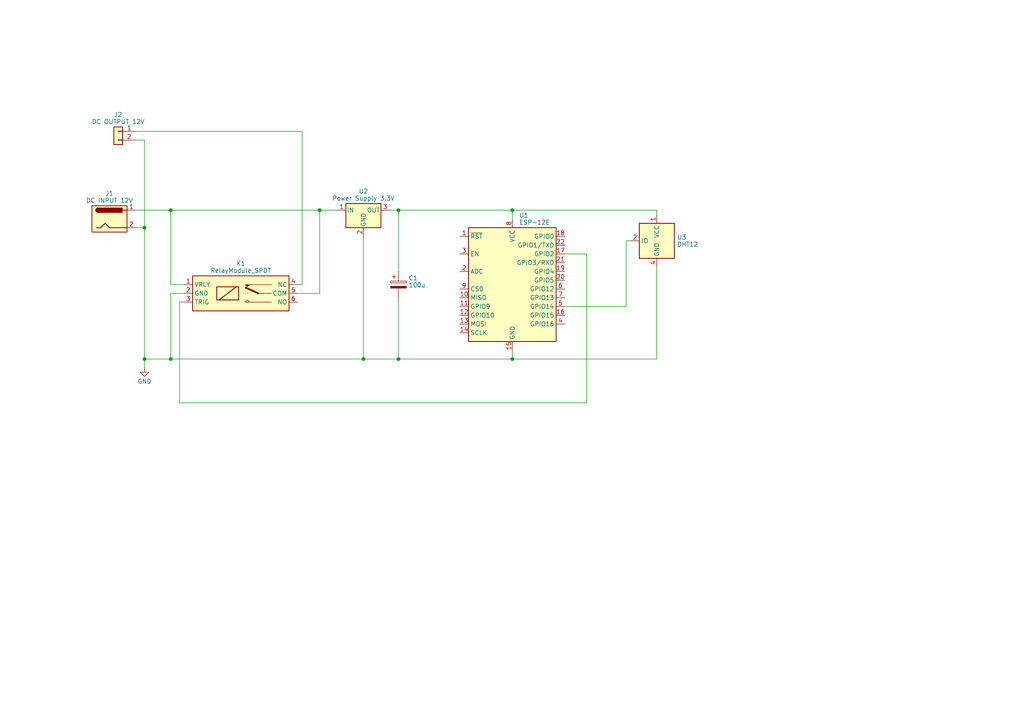
<source format=kicad_sch>
(kicad_sch (version 20230121) (generator eeschema)
  (paper "A4")
  (title_block (title "Router Watchdog with ESP8266 ") (date "2023-08-22") (rev "v1") (company "UniCod"))
  (lib_symbols
    (symbol "Connector:Barrel_Jack" (pin_names (offset 1.016))
      (property "Reference" "J" (at 0 5.334 0))
      (property "Value" "Barrel_Jack" (at 0 -5.08 0))
      (symbol "Barrel_Jack_0_1"
        (rectangle (start -5.08 3.81) (end 5.08 -3.81) (stroke (width 0.254)) (fill (type background)))
        (arc (start -3.302 3.175) (mid -3.9343 2.54) (end -3.302 1.905) (stroke (width 0.254)))
        (arc (start -3.302 3.175) (mid -3.9343 2.54) (end -3.302 1.905) (stroke (width 0.254)) (fill (type outline)))
        (polyline (pts (xy 5.08 2.54) (xy 3.81 2.54)) (stroke (width 0.254)))
        (polyline (pts (xy -3.81 -2.54) (xy -2.54 -2.54) (xy -1.27 -1.27) (xy 0 -2.54) (xy 2.54 -2.54) (xy 5.08 -2.54)) (stroke (width 0.254)))
        (rectangle (start 3.683 3.175) (end -3.302 1.905) (stroke (width 0.254)) (fill (type outline)))
      )
      (symbol "Barrel_Jack_1_1"
        (pin passive line (at 7.62 2.54 180) (length 2.54) (name "~") (number "1"))
        (pin passive line (at 7.62 -2.54 180) (length 2.54) (name "~") (number "2"))
      )
    )
    (symbol "Connector_Generic:Conn_01x02" (pin_names (offset 1.016) hide)
      (property "Reference" "J" (at 0 2.54 0))
      (property "Value" "Conn_01x02" (at 0 -5.08 0))
      (symbol "Conn_01x02_1_1"
        (rectangle (start -1.27 -2.413) (end 0 -2.667) (stroke (width 0.1524)))
        (rectangle (start -1.27 0.127) (end 0 -0.127) (stroke (width 0.1524)))
        (rectangle (start -1.27 1.27) (end 1.27 -3.81) (stroke (width 0.254)) (fill (type background)))
        (pin passive line (at -5.08 0 0) (length 3.81) (name "Pin_1") (number "1"))
        (pin passive line (at -5.08 -2.54 0) (length 3.81) (name "Pin_2") (number "2"))
      )
    )
    (symbol "Device:C_Polarized" (pin_numbers hide) (pin_names (offset 0.254))
      (property "Reference" "C" (at 0.635 2.54 0))
      (property "Value" "C_Polarized" (at 0.635 -2.54 0))
      (symbol "C_Polarized_0_1"
        (rectangle (start -2.286 0.508) (end 2.286 1.016))
        (polyline (pts (xy -1.778 2.286) (xy -0.762 2.286)))
        (polyline (pts (xy -1.27 2.794) (xy -1.27 1.778)))
        (rectangle (start 2.286 -0.508) (end -2.286 -1.016) (fill (type outline)))
      )
      (symbol "C_Polarized_1_1"
        (pin passive line (at 0 3.81 270) (length 2.794) (name "~") (number "1"))
        (pin passive line (at 0 -3.81 90) (length 2.794) (name "~") (number "2"))
      )
    )
    (symbol "RF_Module:ESP-12E"
      (property "Reference" "U" (at -12.7 19.05 0))
      (property "Value" "ESP-12E" (at 12.7 19.05 0))
      (symbol "ESP-12E_0_1"
        (rectangle (start -12.7 17.78) (end 12.7 -15.24) (stroke (width 0.254)) (fill (type background)))
      )
      (symbol "ESP-12E_1_1"
        (pin input line (at -15.24 15.24 0) (length 2.54) (name "~{RST}") (number "1"))
        (pin bidirectional line (at -15.24 -2.54 0) (length 2.54) (name "MISO") (number "10"))
        (pin bidirectional line (at -15.24 -5.08 0) (length 2.54) (name "GPIO9") (number "11"))
        (pin bidirectional line (at -15.24 -7.62 0) (length 2.54) (name "GPIO10") (number "12"))
        (pin bidirectional line (at -15.24 -10.16 0) (length 2.54) (name "MOSI") (number "13"))
        (pin bidirectional line (at -15.24 -12.7 0) (length 2.54) (name "SCLK") (number "14"))
        (pin power_in line (at 0 -17.78 90) (length 2.54) (name "GND") (number "15"))
        (pin bidirectional line (at 15.24 -7.62 180) (length 2.54) (name "GPIO15") (number "16"))
        (pin bidirectional line (at 15.24 10.16 180) (length 2.54) (name "GPIO2") (number "17"))
        (pin bidirectional line (at 15.24 15.24 180) (length 2.54) (name "GPIO0") (number "18"))
        (pin bidirectional line (at 15.24 5.08 180) (length 2.54) (name "GPIO4") (number "19"))
        (pin input line (at -15.24 5.08 0) (length 2.54) (name "ADC") (number "2"))
        (pin bidirectional line (at 15.24 2.54 180) (length 2.54) (name "GPIO5") (number "20"))
        (pin bidirectional line (at 15.24 7.62 180) (length 2.54) (name "GPIO3/RXD") (number "21"))
        (pin bidirectional line (at 15.24 12.7 180) (length 2.54) (name "GPIO1/TXD") (number "22"))
        (pin input line (at -15.24 10.16 0) (length 2.54) (name "EN") (number "3"))
        (pin bidirectional line (at 15.24 -10.16 180) (length 2.54) (name "GPIO16") (number "4"))
        (pin bidirectional line (at 15.24 -5.08 180) (length 2.54) (name "GPIO14") (number "5"))
        (pin bidirectional line (at 15.24 0 180) (length 2.54) (name "GPIO12") (number "6"))
        (pin bidirectional line (at 15.24 -2.54 180) (length 2.54) (name "GPIO13") (number "7"))
        (pin power_in line (at 0 20.32 270) (length 2.54) (name "VCC") (number "8"))
        (pin input line (at -15.24 0 0) (length 2.54) (name "CS0") (number "9"))
      )
    )
    (symbol "Regulator_Switching:R-78E3.3-1.0" (pin_names (offset 0.254))
      (property "Reference" "U" (at -3.81 3.175 0))
      (property "Value" "R-78E3.3-1.0" (at 0 3.175 0))
      (symbol "R-78E3.3-1.0_0_1"
        (rectangle (start -5.08 1.905) (end 5.08 -5.08) (stroke (width 0.254)) (fill (type background)))
      )
      (symbol "R-78E3.3-1.0_1_1"
        (pin power_in line (at -7.62 0 0) (length 2.54) (name "IN") (number "1"))
        (pin power_in line (at 0 -7.62 90) (length 2.54) (name "GND") (number "2"))
        (pin power_out line (at 7.62 0 180) (length 2.54) (name "OUT") (number "3"))
      )
    )
    (symbol "Sensor:DHT11"
      (property "Reference" "U" (at -3.81 6.35 0))
      (property "Value" "DHT11" (at 3.81 6.35 0))
      (symbol "DHT11_0_1"
        (rectangle (start -5.08 5.08) (end 5.08 -5.08) (stroke (width 0.254)) (fill (type background)))
      )
      (symbol "DHT11_1_1"
        (pin power_in line (at 0 7.62 270) (length 2.54) (name "VCC") (number "1"))
        (pin bidirectional line (at 7.62 0 180) (length 2.54) (name "IO") (number "2"))
        (pin no_connect line (at -5.08 0 0) (length 2.54) hide (name "NC") (number "3"))
        (pin power_in line (at 0 -7.62 90) (length 2.54) (name "GND") (number "4"))
      )
    )
    (symbol "power:GND" (power) (pin_names (offset 0))
      (property "Value" "GND" (at 0 -3.81 0))
      (symbol "GND_0_1"
        (polyline (pts (xy 0 0) (xy 0 -1.27) (xy 1.27 -1.27) (xy 0 -2.54) (xy -1.27 -1.27) (xy 0 -1.27)))
      )
      (symbol "GND_1_1"
        (pin power_in line (at 0 0 270) (length 0) hide (name "GND") (number "1"))
      )
    )
    (symbol "user:RelayModule_SPDT"
      (property "Reference" "K" (at -15.24 8.255 0))
      (property "Value" "RelayModule_SPDT" (at -15.24 6.35 0))
      (symbol "RelayModule_SPDT_0_0"
        (polyline (pts (xy 7.62 -2.54) (xy 0 -2.54) (xy 0.635 -1.905) (xy 1.27 -2.54)))
      )
      (symbol "RelayModule_SPDT_0_1"
        (rectangle (start -15.24 5.08) (end 12.7 -5.08) (stroke (width 0.254)) (fill (type background)))
        (rectangle (start -8.255 1.905) (end -1.905 -1.905) (stroke (width 0.254)))
        (polyline (pts (xy -7.62 -1.905) (xy -2.54 1.905)) (stroke (width 0.254)))
        (polyline (pts (xy 3.81 0) (xy 0.127 1.651)) (stroke (width 0.508)))
        (polyline (pts (xy 7.62 0) (xy 3.81 0)))
        (polyline (pts (xy 7.62 2.54) (xy 0 2.54) (xy 0.635 1.905) (xy 1.27 2.54)) (fill (type outline)))
      )
      (symbol "RelayModule_SPDT_1_1"
        (polyline (pts (xy -1.905 0) (xy 0.635 0) (xy 1.905 0.635)) (stroke (width 0) (type dot)))
        (pin passive line (at -17.78 2.54 0) (length 2.54) (name "VRLY") (number "1"))
        (pin passive line (at -17.78 0 0) (length 2.54) (name "GND") (number "2"))
        (pin passive line (at -17.78 -2.54 0) (length 2.54) (name "TRIG") (number "3"))
        (pin passive line (at 15.24 2.54 180) (length 2.54) (name "NC") (number "4"))
        (pin passive line (at 15.24 0 180) (length 2.54) (name "COM") (number "5"))
        (pin passive line (at 15.24 -2.54 180) (length 2.54) (name "NO") (number "6"))
      )
    )
  )
  (junction (at 49.53 60.96))
  (junction (at 105.41 104.14))
  (junction (at 148.59 104.14))
  (junction (at 49.53 104.14))
  (junction (at 148.59 60.96))
  (junction (at 41.91 104.14))
  (junction (at 41.91 66.04))
  (junction (at 115.57 104.14))
  (junction (at 115.57 60.96))
  (junction (at 92.71 60.96))
  (wire (pts (xy 41.91 66.04) (xy 41.91 104.14)))
  (wire (pts (xy 49.53 85.09) (xy 49.53 104.14)))
  (wire (pts (xy 163.83 73.66) (xy 170.18 73.66)))
  (wire (pts (xy 115.57 104.14) (xy 148.59 104.14)))
  (wire (pts (xy 86.36 85.09) (xy 92.71 85.09)))
  (wire (pts (xy 87.63 82.55) (xy 87.63 38.1)))
  (wire (pts (xy 52.07 87.63) (xy 53.34 87.63)))
  (wire (pts (xy 41.91 104.14) (xy 41.91 106.68)))
  (wire (pts (xy 182.88 69.85) (xy 181.61 69.85)))
  (wire (pts (xy 86.36 82.55) (xy 87.63 82.55)))
  (wire (pts (xy 113.03 60.96) (xy 115.57 60.96)))
  (wire (pts (xy 190.5 60.96) (xy 190.5 62.23)))
  (wire (pts (xy 49.53 60.96) (xy 49.53 82.55)))
  (wire (pts (xy 105.41 104.14) (xy 115.57 104.14)))
  (wire (pts (xy 87.63 38.1) (xy 39.37 38.1)))
  (wire (pts (xy 41.91 66.04) (xy 39.37 66.04)))
  (wire (pts (xy 92.71 85.09) (xy 92.71 60.96)))
  (wire (pts (xy 53.34 85.09) (xy 49.53 85.09)))
  (wire (pts (xy 49.53 104.14) (xy 105.41 104.14)))
  (wire (pts (xy 115.57 60.96) (xy 148.59 60.96)))
  (wire (pts (xy 41.91 66.04) (xy 41.91 40.64)))
  (wire (pts (xy 181.61 88.9) (xy 163.83 88.9)))
  (wire (pts (xy 52.07 116.84) (xy 52.07 87.63)))
  (wire (pts (xy 170.18 116.84) (xy 52.07 116.84)))
  (wire (pts (xy 115.57 60.96) (xy 115.57 78.74)))
  (wire (pts (xy 115.57 86.36) (xy 115.57 104.14)))
  (wire (pts (xy 105.41 68.58) (xy 105.41 104.14)))
  (wire (pts (xy 181.61 69.85) (xy 181.61 88.9)))
  (wire (pts (xy 170.18 73.66) (xy 170.18 116.84)))
  (wire (pts (xy 92.71 60.96) (xy 97.79 60.96)))
  (wire (pts (xy 41.91 104.14) (xy 49.53 104.14)))
  (wire (pts (xy 148.59 104.14) (xy 190.5 104.14)))
  (wire (pts (xy 41.91 40.64) (xy 39.37 40.64)))
  (wire (pts (xy 148.59 104.14) (xy 148.59 101.6)))
  (wire (pts (xy 148.59 60.96) (xy 148.59 63.5)))
  (wire (pts (xy 49.53 60.96) (xy 92.71 60.96)))
  (wire (pts (xy 53.34 82.55) (xy 49.53 82.55)))
  (wire (pts (xy 39.37 60.96) (xy 49.53 60.96)))
  (wire (pts (xy 148.59 60.96) (xy 190.5 60.96)))
  (wire (pts (xy 190.5 104.14) (xy 190.5 77.47)))
  (symbol (lib_id "Sensor:DHT11") (at 190.5 69.85 0) (mirror y) (unit 1)
    (property "Reference" "U3" (at 196.3419 68.826 0) (effects (justify right)))
    (property "Value" "DHT12" (at 196.3419 70.874 0) (effects (justify right)))
    (property "Footprint" "Sensor:Aosong_DHT11_5.5x12.0_P2.54mm" (effects hide))
    (property "Datasheet" "http://akizukidenshi.com/download/ds/aosong/DHT11.pdf" (effects hide))
  )
  (symbol (lib_id "Device:C_Polarized") (at 115.57 82.55 0) (unit 1)
    (property "Reference" "C1" (at 118.491 80.637 0) (effects (justify left)))
    (property "Value" "100u" (at 118.491 82.685 0) (effects (justify left)))
  )
  (symbol (lib_id "Regulator_Switching:R-78E3.3-1.0") (at 105.41 60.96 0) (unit 1)
    (property "Reference" "U2" (at 105.41 55.475 0))
    (property "Value" "Power Supply 3.3V" (at 105.41 57.523 0))
    (property "Footprint" "Converter_DCDC:Converter_DCDC_RECOM_R-78E-0.5_THT" (effects hide))
    (property "Datasheet" "https://www.recom-power.com/pdf/Innoline/R-78Exx-1.0.pdf" (effects hide))
  )
  (symbol (lib_id "user:RelayModule_SPDT") (at 71.12 85.09 0) (unit 1)
    (property "Reference" "K1" (at 69.85 76.43 0))
    (property "Value" "RelayModule_SPDT" (at 69.85 78.478 0))
  )
  (symbol (lib_id "Connector_Generic:Conn_01x02") (at 34.29 38.1 0) (mirror y) (unit 1)
    (property "Reference" "J2" (at 34.29 33.25 0))
    (property "Value" "DC OUTPUT 12V" (at 34.29 35.298 0))
  )
  (symbol (lib_id "Connector:Barrel_Jack") (at 31.75 63.5 0) (unit 1)
    (property "Reference" "J1" (at 31.75 56.11 0))
    (property "Value" "DC INPUT 12V" (at 31.75 58.158 0))
  )
  (symbol (lib_id "RF_Module:ESP-12E") (at 148.59 83.82 0) (unit 1)
    (property "Reference" "U1" (at 150.5459 62.46 0) (effects (justify left)))
    (property "Value" "ESP-12E" (at 150.5459 64.508 0) (effects (justify left)))
    (property "Footprint" "RF_Module:ESP-12E" (effects hide))
    (property "Datasheet" "http://wiki.ai-thinker.com/_media/esp8266/esp8266_series_modules_user_manual_v1.1.pdf" (effects hide))
  )
  (symbol (lib_id "power:GND") (at 41.91 106.68 0) (unit 1)
    (property "Reference" "#PWR01" (effects hide))
    (property "Value" "GND" (at 41.91 110.625 0))
  )
)
</source>
